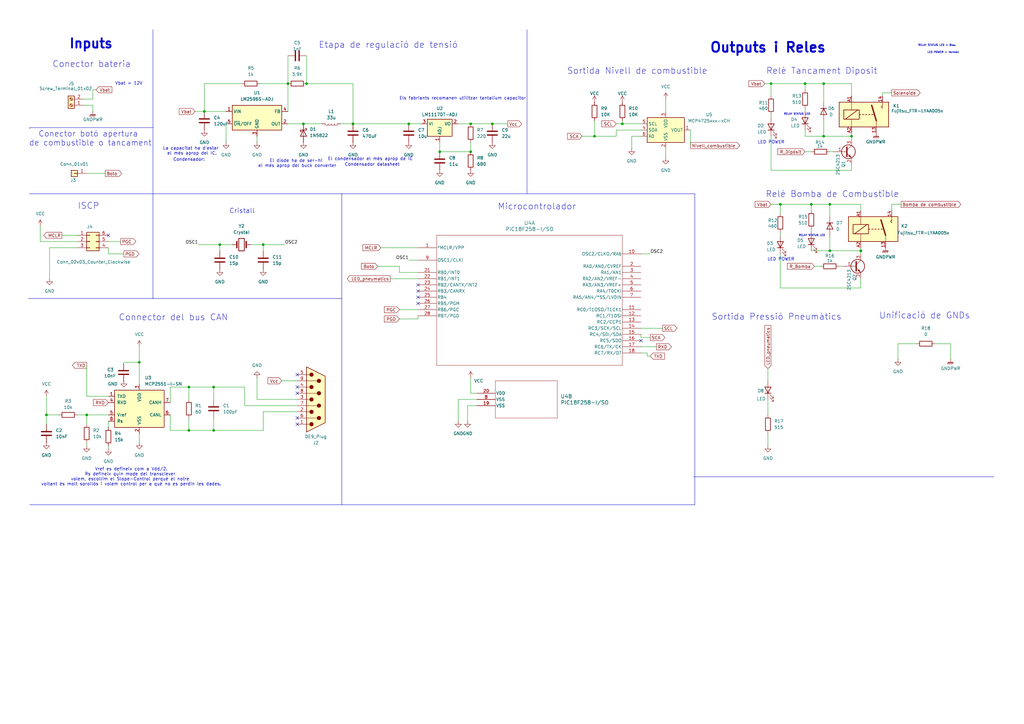
<source format=kicad_sch>
(kicad_sch (version 20231120) (generator "eeschema") (generator_version "8.0")
  (paper "A3")
  (lib_symbols
    (symbol "Analog_DAC:MCP4725xxx-xCH"
      (property "Reference" "U" (at -6.35 6.35 0))
      (property "Value" "MCP4725xxx-xCH" (at 8.89 6.35 0))
      (symbol "MCP4725xxx-xCH_1_1"
        (pin output line (at 10.16 0 180) (length 2.54) (name "VOUT") (number "1"))
        (pin power_in line (at 0 -7.62 90) (length 2.54) (name "VSS") (number "2"))
        (pin power_in line (at 0 7.62 270) (length 2.54) (name "VDD") (number "3"))
        (pin bidirectional line (at -10.16 0 0) (length 2.54) (name "SDA") (number "4"))
        (pin input line (at -10.16 2.54 0) (length 2.54) (name "SCL") (number "5"))
        (pin input line (at -10.16 -2.54 0) (length 2.54) (name "A0") (number "6"))
      )
    )
    (symbol "Connector:DE9_Plug" (pin_names (offset 1.016) hide)
      (property "Reference" "J" (at 0 13.97 0))
      (property "Value" "DE9_Plug" (at 0 -14.605 0))
      (symbol "DE9_Plug_1_1"
        (pin passive line (at -7.62 -10.16 0) (length 3.81) (name "1") (number "1"))
        (pin passive line (at -7.62 -5.08 0) (length 3.81) (name "2") (number "2"))
        (pin passive line (at -7.62 0 0) (length 3.81) (name "3") (number "3"))
        (pin passive line (at -7.62 5.08 0) (length 3.81) (name "4") (number "4"))
        (pin passive line (at -7.62 10.16 0) (length 3.81) (name "5") (number "5"))
        (pin passive line (at -7.62 -7.62 0) (length 3.81) (name "6") (number "6"))
        (pin passive line (at -7.62 -2.54 0) (length 3.81) (name "7") (number "7"))
        (pin passive line (at -7.62 2.54 0) (length 3.81) (name "8") (number "8"))
        (pin passive line (at -7.62 7.62 0) (length 3.81) (name "9") (number "9"))
      )
    )
    (symbol "Connector:Screw_Terminal_01x02" (pin_names (offset 1.016) hide)
      (property "Reference" "J" (at 0 2.54 0))
      (property "Value" "Screw_Terminal_01x02" (at 0 -5.08 0))
      (symbol "Screw_Terminal_01x02_1_1"
        (pin passive line (at -5.08 0 0) (length 3.81) (name "Pin_1") (number "1"))
        (pin passive line (at -5.08 -2.54 0) (length 3.81) (name "Pin_2") (number "2"))
      )
    )
    (symbol "Connector_Generic:Conn_01x01" (pin_names (offset 1.016) hide)
      (property "Reference" "J" (at 0 2.54 0))
      (property "Value" "Conn_01x01" (at 0 -2.54 0))
      (symbol "Conn_01x01_1_1"
        (pin passive line (at -5.08 0 0) (length 3.81) (name "Pin_1") (number "1"))
      )
    )
    (symbol "Connector_Generic:Conn_02x03_Counter_Clockwise" (pin_names (offset 1.016) hide)
      (property "Reference" "J" (at 1.27 5.08 0))
      (property "Value" "Conn_02x03_Counter_Clockwise" (at 1.27 -5.08 0))
      (symbol "Conn_02x03_Counter_Clockwise_1_1"
        (pin passive line (at -5.08 2.54 0) (length 3.81) (name "Pin_1") (number "1"))
        (pin passive line (at -5.08 0 0) (length 3.81) (name "Pin_2") (number "2"))
        (pin passive line (at -5.08 -2.54 0) (length 3.81) (name "Pin_3") (number "3"))
        (pin passive line (at 7.62 -2.54 180) (length 3.81) (name "Pin_4") (number "4"))
        (pin passive line (at 7.62 0 180) (length 3.81) (name "Pin_5") (number "5"))
        (pin passive line (at 7.62 2.54 180) (length 3.81) (name "Pin_6") (number "6"))
      )
    )
    (symbol "Device:C" (pin_numbers hide) (pin_names (offset 0.254))
      (property "Reference" "C" (at 0.635 2.54 0))
      (property "Value" "C" (at 0.635 -2.54 0))
      (symbol "C_1_1"
        (pin passive line (at 0 3.81 270) (length 2.794) (name "~") (number "1"))
        (pin passive line (at 0 -3.81 90) (length 2.794) (name "~") (number "2"))
      )
    )
    (symbol "Device:Crystal" (pin_numbers hide) (pin_names (offset 1.016) hide)
      (property "Reference" "Y" (at 0 3.81 0))
      (property "Value" "Crystal" (at 0 -3.81 0))
      (symbol "Crystal_1_1"
        (pin passive line (at -3.81 0 0) (length 1.27) (name "1") (number "1"))
        (pin passive line (at 3.81 0 180) (length 1.27) (name "2") (number "2"))
      )
    )
    (symbol "Device:D" (pin_numbers hide) (pin_names (offset 1.016) hide)
      (property "Reference" "D" (at 0 2.54 0))
      (property "Value" "D" (at 0 -2.54 0))
      (symbol "D_1_1"
        (pin passive line (at -3.81 0 0) (length 2.54) (name "K") (number "1"))
        (pin passive line (at 3.81 0 180) (length 2.54) (name "A") (number "2"))
      )
    )
    (symbol "Device:L" (pin_numbers hide) (pin_names (offset 1.016) hide)
      (property "Reference" "L" (at -1.27 0 90))
      (property "Value" "L" (at 1.905 0 90))
      (symbol "L_1_1"
        (pin passive line (at 0 3.81 270) (length 1.27) (name "1") (number "1"))
        (pin passive line (at 0 -3.81 90) (length 1.27) (name "2") (number "2"))
      )
    )
    (symbol "Device:LED" (pin_numbers hide) (pin_names (offset 1.016) hide)
      (property "Reference" "D" (at 0 2.54 0))
      (property "Value" "LED" (at 0 -2.54 0))
      (symbol "LED_1_1"
        (pin passive line (at -3.81 0 0) (length 2.54) (name "K") (number "1"))
        (pin passive line (at 3.81 0 180) (length 2.54) (name "A") (number "2"))
      )
    )
    (symbol "Device:R" (pin_numbers hide) (pin_names (offset 0))
      (property "Reference" "R" (at 2.032 0 90))
      (property "Value" "R" (at 0 0 90))
      (symbol "R_1_1"
        (pin passive line (at 0 3.81 270) (length 1.27) (name "~") (number "1"))
        (pin passive line (at 0 -3.81 90) (length 1.27) (name "~") (number "2"))
      )
    )
    (symbol "Diode:1N5822" (pin_numbers hide) (pin_names (offset 1.016) hide)
      (property "Reference" "D" (at 0 2.54 0))
      (property "Value" "1N5822" (at 0 -2.54 0))
      (symbol "1N5822_1_1"
        (pin passive line (at -3.81 0 0) (length 2.54) (name "K") (number "1"))
        (pin passive line (at 3.81 0 180) (length 2.54) (name "A") (number "2"))
      )
    )
    (symbol "Interface_CAN_LIN:MCP2551-I-SN" (pin_names (offset 1.016))
      (property "Reference" "U" (at -10.16 8.89 0))
      (property "Value" "MCP2551-I-SN" (at 2.54 8.89 0))
      (symbol "MCP2551-I-SN_1_1"
        (pin input line (at -12.7 5.08 0) (length 2.54) (name "TXD") (number "1"))
        (pin power_in line (at 0 -10.16 90) (length 2.54) (name "VSS") (number "2"))
        (pin power_in line (at 0 10.16 270) (length 2.54) (name "VDD") (number "3"))
        (pin output line (at -12.7 2.54 0) (length 2.54) (name "RXD") (number "4"))
        (pin power_out line (at -12.7 -2.54 0) (length 2.54) (name "Vref") (number "5"))
        (pin bidirectional line (at 12.7 -2.54 180) (length 2.54) (name "CANL") (number "6"))
        (pin bidirectional line (at 12.7 2.54 180) (length 2.54) (name "CANH") (number "7"))
        (pin input line (at -12.7 -5.08 0) (length 2.54) (name "Rs") (number "8"))
      )
    )
    (symbol "PIC18F258-I/SO:PIC18F258-I_SO" (pin_names (offset 0.254))
      (property "Reference" "U" (at 45.72 10.16 0))
      (property "Value" "PIC18F258-I/SO" (at 45.72 7.62 0))
      (symbol "PIC18F258-I_SO_1_1"
        (pin input line (at 0 0 0) (length 7.62) (name "*MCLR/VPP") (number "1"))
        (pin bidirectional line (at 91.44 -2.54 180) (length 7.62) (name "OSC2/CLKO/RA6") (number "10"))
        (pin bidirectional line (at 91.44 -25.4 180) (length 7.62) (name "RC0/T1OSO/T1CK1") (number "11"))
        (pin bidirectional line (at 91.44 -27.94 180) (length 7.62) (name "RC1/T1OSI") (number "12"))
        (pin bidirectional line (at 91.44 -30.48 180) (length 7.62) (name "RC2/CCP1") (number "13"))
        (pin bidirectional line (at 91.44 -33.02 180) (length 7.62) (name "RC3/SCK/SCL") (number "14"))
        (pin bidirectional line (at 91.44 -35.56 180) (length 7.62) (name "RC4/SDI/SDA") (number "15"))
        (pin bidirectional line (at 91.44 -38.1 180) (length 7.62) (name "RC5/SDO") (number "16"))
        (pin bidirectional line (at 91.44 -40.64 180) (length 7.62) (name "RC6/TX/CK") (number "17"))
        (pin bidirectional line (at 91.44 -43.18 180) (length 7.62) (name "RC7/RX/DT") (number "18"))
        (pin bidirectional line (at 91.44 -7.62 180) (length 7.62) (name "RA0/AN0/CVREF") (number "2"))
        (pin bidirectional line (at 0 -10.16 0) (length 7.62) (name "RB0/INT0") (number "21"))
        (pin bidirectional line (at 0 -12.7 0) (length 7.62) (name "RB1/INT1") (number "22"))
        (pin bidirectional line (at 0 -15.24 0) (length 7.62) (name "RB2/CANTX/INT2") (number "23"))
        (pin bidirectional line (at 0 -17.78 0) (length 7.62) (name "RB3/CANRX") (number "24"))
        (pin bidirectional line (at 0 -20.32 0) (length 7.62) (name "RB4") (number "25"))
        (pin bidirectional line (at 0 -22.86 0) (length 7.62) (name "RB5/PGM") (number "26"))
        (pin bidirectional line (at 0 -25.4 0) (length 7.62) (name "RB6/PGC") (number "27"))
        (pin bidirectional line (at 0 -27.94 0) (length 7.62) (name "RB7/PGD") (number "28"))
        (pin bidirectional line (at 91.44 -10.16 180) (length 7.62) (name "RA1/AN1") (number "3"))
        (pin bidirectional line (at 91.44 -12.7 180) (length 7.62) (name "RA2/AN2/VREF-") (number "4"))
        (pin bidirectional line (at 91.44 -15.24 180) (length 7.62) (name "RA3/AN3/VREF+") (number "5"))
        (pin bidirectional line (at 91.44 -17.78 180) (length 7.62) (name "RA4/T0CKI") (number "6"))
        (pin bidirectional line (at 91.44 -20.32 180) (length 7.62) (name "RA5/AN4/*SS/LVDIN") (number "7"))
        (pin input line (at 0 -5.08 0) (length 7.62) (name "OSC1/CLKI") (number "9"))
      )
      (symbol "PIC18F258-I_SO_2_1"
        (pin unspecified line (at 0 -5.08 0) (length 7.62) (name "VSS") (number "19"))
        (pin unspecified line (at 0 0 0) (length 7.62) (name "VDD") (number "20"))
        (pin unspecified line (at 0 -2.54 0) (length 7.62) (name "VSS") (number "8"))
      )
    )
    (symbol "Regulator_Linear:LM1117DT-ADJ"
      (property "Reference" "U" (at -3.81 3.175 0))
      (property "Value" "LM1117DT-ADJ" (at 0 3.175 0))
      (symbol "LM1117DT-ADJ_1_1"
        (pin input line (at 0 -7.62 90) (length 2.54) (name "ADJ") (number "1"))
        (pin power_out line (at 7.62 0 180) (length 2.54) (name "VO") (number "2"))
        (pin power_in line (at -7.62 0 0) (length 2.54) (name "VI") (number "3"))
      )
    )
    (symbol "Regulator_Switching:LM2596S-ADJ"
      (property "Reference" "U" (at -10.16 6.35 0))
      (property "Value" "LM2596S-ADJ" (at 0 6.35 0))
      (symbol "LM2596S-ADJ_1_1"
        (pin power_in line (at -12.7 2.54 0) (length 2.54) (name "VIN") (number "1"))
        (pin output line (at 12.7 -2.54 180) (length 2.54) (name "OUT") (number "2"))
        (pin power_in line (at 0 -7.62 90) (length 2.54) (name "GND") (number "3"))
        (pin input line (at 12.7 2.54 180) (length 2.54) (name "FB") (number "4"))
        (pin input line (at -12.7 -2.54 0) (length 2.54) (name "~{ON}/OFF") (number "5"))
      )
    )
    (symbol "Relay:Fujitsu_FTR-LYAA005x"
      (property "Reference" "K" (at 11.43 3.81 0))
      (property "Value" "Fujitsu_FTR-LYAA005x" (at 11.43 1.27 0))
      (symbol "Fujitsu_FTR-LYAA005x_1_1"
        (pin passive line (at 5.08 -7.62 90) (length 2.54) (name "~") (number "13"))
        (pin passive line (at 7.62 7.62 270) (length 2.54) (name "~") (number "14"))
        (pin passive line (at -5.08 7.62 270) (length 2.54) (name "~") (number "A1"))
        (pin passive line (at -5.08 -7.62 90) (length 2.54) (name "~") (number "A2"))
      )
    )
    (symbol "Transistor_BJT:2SC4213" (pin_names (offset 0) hide)
      (property "Reference" "Q" (at 5.08 1.905 0))
      (property "Value" "2SC4213" (at 5.08 0 0))
      (symbol "2SC4213_1_1"
        (pin input line (at -5.08 0 0) (length 5.715) (name "B") (number "1"))
        (pin passive line (at 2.54 -5.08 90) (length 2.54) (name "E") (number "2"))
        (pin passive line (at 2.54 5.08 270) (length 2.54) (name "C") (number "3"))
      )
    )
    (symbol "power:GND" (power) (pin_numbers hide) (pin_names (offset 0) hide)
      (property "Value" "GND" (at 0 -3.81 0))
      (symbol "GND_1_1"
        (pin power_in line (at 0 0 270) (length 0) (name "~") (number "1"))
      )
    )
    (symbol "power:GNDPWR" (power) (pin_numbers hide) (pin_names (offset 0) hide)
      (property "Value" "GNDPWR" (at 0 -3.302 0))
      (symbol "GNDPWR_1_1"
        (pin power_in line (at 0 0 270) (length 0) (name "~") (number "1"))
      )
    )
    (symbol "power:VCC" (power) (pin_numbers hide) (pin_names (offset 0) hide)
      (property "Value" "VCC" (at 0 3.556 0))
      (symbol "VCC_1_1"
        (pin power_in line (at 0 0 90) (length 0) (name "~") (number "1"))
      )
    )
  )
  (junction (at 35.56 170.18))
  (junction (at 340.36 102.87))
  (junction (at 144.78 50.8))
  (junction (at 87.63 176.53))
  (junction (at 340.36 83.82))
  (junction (at 243.84 55.88))
  (junction (at 332.74 83.82))
  (junction (at 167.64 50.8))
  (junction (at 337.82 55.88))
  (junction (at 19.05 170.18))
  (junction (at 57.15 148.59))
  (junction (at 316.23 34.29))
  (junction (at 337.82 34.29))
  (junction (at 107.95 100.33))
  (junction (at 180.34 62.23))
  (junction (at 193.04 50.8))
  (junction (at 353.06 102.87))
  (junction (at 118.11 34.29))
  (junction (at 90.17 100.33))
  (junction (at 124.46 50.8))
  (junction (at 330.2 34.29))
  (junction (at 349.25 55.88))
  (junction (at 320.04 83.82))
  (junction (at 77.47 158.75))
  (junction (at 77.47 176.53))
  (junction (at 193.04 62.23))
  (junction (at 201.93 50.8))
  (junction (at 83.82 45.72))
  (junction (at 255.27 50.8))
  (junction (at 125.73 34.29))
  (junction (at 87.63 158.75))
  (no_connect (at 171.45 121.92))
  (no_connect (at 121.92 153.67))
  (no_connect (at 171.45 116.84))
  (no_connect (at 121.92 173.99))
  (no_connect (at 171.45 119.38))
  (no_connect (at 171.45 124.46))
  (no_connect (at 44.45 96.52))
  (no_connect (at 121.92 161.29))
  (no_connect (at 121.92 171.45))
  (no_connect (at 262.89 139.7))
  (no_connect (at 121.92 158.75))
  (polyline (pts (xy 407.67 195.58) (xy 284.48 195.58)))
  (wire (pts (xy 252.73 53.34) (xy 262.89 53.34)))
  (wire (pts (xy 193.04 50.8) (xy 201.93 50.8)))
  (wire (pts (xy 283.21 53.34) (xy 283.21 59.69)))
  (wire (pts (xy 389.89 140.97) (xy 389.89 147.32)))
  (wire (pts (xy 107.95 100.33) (xy 116.84 100.33)))
  (wire (pts (xy 80.01 45.72) (xy 83.82 45.72)))
  (wire (pts (xy 353.06 118.11) (xy 320.04 118.11)))
  (wire (pts (xy 316.23 46.99) (xy 316.23 48.26)))
  (wire (pts (xy 195.58 163.83) (xy 187.96 163.83)))
  (polyline (pts (xy 62.738 122.428) (xy 140.208 122.428)))
  (wire (pts (xy 365.76 86.36) (xy 365.76 83.82)))
  (wire (pts (xy 121.92 156.21) (xy 115.57 156.21)))
  (wire (pts (xy 195.58 161.29) (xy 193.04 161.29)))
  (polyline (pts (xy 11.684 122.428) (xy 62.738 122.428)))
  (wire (pts (xy 353.06 86.36) (xy 353.06 83.82)))
  (wire (pts (xy 69.85 176.53) (xy 69.85 170.18)))
  (wire (pts (xy 314.96 151.13) (xy 314.96 156.21)))
  (wire (pts (xy 375.92 140.97) (xy 368.3 140.97)))
  (wire (pts (xy 353.06 114.3) (xy 353.06 118.11)))
  (wire (pts (xy 340.36 62.23) (xy 341.63 62.23)))
  (wire (pts (xy 92.71 50.8) (xy 92.71 58.42)))
  (wire (pts (xy 361.95 38.1) (xy 365.76 38.1)))
  (wire (pts (xy 191.77 166.37) (xy 191.77 172.72)))
  (wire (pts (xy 334.01 109.22) (xy 336.55 109.22)))
  (wire (pts (xy 252.73 55.88) (xy 252.73 53.34)))
  (polyline (pts (xy 11.938 79.502) (xy 63.754 79.502)))
  (wire (pts (xy 266.7 146.05) (xy 265.43 146.05)))
  (polyline (pts (xy 12.192 207.01) (xy 140.208 207.01)))
  (wire (pts (xy 340.36 102.87) (xy 353.06 102.87)))
  (wire (pts (xy 238.76 55.88) (xy 243.84 55.88)))
  (wire (pts (xy 106.68 34.29) (xy 118.11 34.29)))
  (wire (pts (xy 144.78 34.29) (xy 144.78 50.8)))
  (wire (pts (xy 105.41 163.83) (xy 105.41 154.94)))
  (wire (pts (xy 25.4 96.52) (xy 31.75 96.52)))
  (wire (pts (xy 90.17 100.33) (xy 95.25 100.33)))
  (polyline (pts (xy 216.154 79.502) (xy 284.988 79.502)))
  (wire (pts (xy 50.8 148.59) (xy 57.15 148.59)))
  (wire (pts (xy 87.63 158.75) (xy 87.63 163.83)))
  (wire (pts (xy 262.89 55.88) (xy 259.08 55.88)))
  (polyline (pts (xy 216.154 12.192) (xy 216.154 79.502)))
  (wire (pts (xy 262.89 138.43) (xy 266.7 138.43)))
  (wire (pts (xy 38.1 43.18) (xy 34.29 43.18)))
  (wire (pts (xy 262.89 137.16) (xy 262.89 138.43)))
  (wire (pts (xy 90.17 102.87) (xy 90.17 100.33)))
  (wire (pts (xy 38.1 36.83) (xy 38.1 40.64)))
  (wire (pts (xy 337.82 55.88) (xy 349.25 55.88)))
  (wire (pts (xy 87.63 171.45) (xy 87.63 176.53)))
  (wire (pts (xy 44.45 175.26) (xy 44.45 172.72)))
  (wire (pts (xy 38.1 40.64) (xy 34.29 40.64)))
  (wire (pts (xy 349.25 55.88) (xy 349.25 57.15)))
  (wire (pts (xy 171.45 111.76) (xy 163.83 111.76)))
  (wire (pts (xy 83.82 45.72) (xy 83.82 34.29)))
  (wire (pts (xy 160.02 114.3) (xy 171.45 114.3)))
  (wire (pts (xy 193.04 58.42) (xy 193.04 62.23)))
  (wire (pts (xy 118.11 34.29) (xy 118.11 45.72)))
  (wire (pts (xy 35.56 71.12) (xy 43.18 71.12)))
  (wire (pts (xy 35.56 162.56) (xy 44.45 162.56)))
  (wire (pts (xy 332.74 93.98) (xy 332.74 95.25)))
  (polyline (pts (xy 140.208 122.428) (xy 140.208 207.01)))
  (wire (pts (xy 349.25 69.85) (xy 349.25 67.31)))
  (wire (pts (xy 81.28 100.33) (xy 90.17 100.33)))
  (wire (pts (xy 332.74 86.36) (xy 332.74 83.82)))
  (wire (pts (xy 144.78 50.8) (xy 167.64 50.8)))
  (wire (pts (xy 349.25 39.37) (xy 349.25 34.29)))
  (polyline (pts (xy 63.754 79.502) (xy 216.154 79.502)))
  (wire (pts (xy 100.33 166.37) (xy 100.33 158.75)))
  (wire (pts (xy 105.41 55.88) (xy 105.41 58.42)))
  (wire (pts (xy 340.36 96.52) (xy 340.36 102.87)))
  (wire (pts (xy 20.32 101.6) (xy 20.32 114.3)))
  (wire (pts (xy 77.47 158.75) (xy 69.85 158.75)))
  (wire (pts (xy 337.82 34.29) (xy 349.25 34.29)))
  (wire (pts (xy 330.2 62.23) (xy 332.74 62.23)))
  (wire (pts (xy 107.95 168.91) (xy 121.92 168.91)))
  (wire (pts (xy 163.83 111.76) (xy 163.83 109.22)))
  (polyline (pts (xy 140.208 122.428) (xy 140.208 79.502)))
  (wire (pts (xy 44.45 101.6) (xy 44.45 104.14)))
  (wire (pts (xy 35.56 149.86) (xy 35.56 162.56)))
  (wire (pts (xy 193.04 62.23) (xy 180.34 62.23)))
  (wire (pts (xy 118.11 50.8) (xy 124.46 50.8)))
  (wire (pts (xy 383.54 140.97) (xy 389.89 140.97)))
  (wire (pts (xy 87.63 158.75) (xy 77.47 158.75)))
  (wire (pts (xy 349.25 54.61) (xy 349.25 55.88)))
  (wire (pts (xy 340.36 83.82) (xy 340.36 88.9)))
  (wire (pts (xy 125.73 22.86) (xy 125.73 34.29)))
  (wire (pts (xy 118.11 22.86) (xy 118.11 34.29)))
  (wire (pts (xy 83.82 34.29) (xy 99.06 34.29)))
  (wire (pts (xy 171.45 129.54) (xy 171.45 130.81)))
  (wire (pts (xy 255.27 49.53) (xy 255.27 50.8)))
  (wire (pts (xy 57.15 177.8) (xy 57.15 181.61)))
  (polyline (pts (xy 62.738 12.192) (xy 62.738 122.428)))
  (wire (pts (xy 77.47 171.45) (xy 77.47 176.53)))
  (wire (pts (xy 124.46 50.8) (xy 132.08 50.8)))
  (polyline (pts (xy 284.988 79.502) (xy 284.988 79.756)))
  (wire (pts (xy 265.43 144.78) (xy 262.89 144.78)))
  (wire (pts (xy 340.36 83.82) (xy 353.06 83.82)))
  (wire (pts (xy 19.05 170.18) (xy 19.05 162.56)))
  (wire (pts (xy 353.06 102.87) (xy 353.06 104.14)))
  (wire (pts (xy 332.74 83.82) (xy 340.36 83.82)))
  (wire (pts (xy 139.7 50.8) (xy 144.78 50.8)))
  (wire (pts (xy 87.63 176.53) (xy 107.95 176.53)))
  (wire (pts (xy 19.05 173.99) (xy 19.05 170.18)))
  (wire (pts (xy 195.58 166.37) (xy 191.77 166.37)))
  (wire (pts (xy 316.23 83.82) (xy 320.04 83.82)))
  (wire (pts (xy 265.43 146.05) (xy 265.43 144.78)))
  (wire (pts (xy 365.76 83.82) (xy 369.57 83.82)))
  (wire (pts (xy 77.47 158.75) (xy 77.47 163.83)))
  (wire (pts (xy 243.84 49.53) (xy 243.84 55.88)))
  (wire (pts (xy 156.21 101.6) (xy 171.45 101.6)))
  (wire (pts (xy 163.83 127) (xy 171.45 127)))
  (wire (pts (xy 38.1 45.72) (xy 38.1 43.18)))
  (wire (pts (xy 201.93 50.8) (xy 208.28 50.8)))
  (wire (pts (xy 259.08 55.88) (xy 259.08 60.96)))
  (wire (pts (xy 69.85 158.75) (xy 69.85 165.1)))
  (wire (pts (xy 316.23 34.29) (xy 316.23 39.37)))
  (wire (pts (xy 361.95 39.37) (xy 361.95 38.1)))
  (wire (pts (xy 44.45 104.14) (xy 50.8 104.14)))
  (wire (pts (xy 163.83 130.81) (xy 171.45 130.81)))
  (wire (pts (xy 330.2 36.83) (xy 330.2 34.29)))
  (wire (pts (xy 24.13 170.18) (xy 19.05 170.18)))
  (wire (pts (xy 243.84 55.88) (xy 252.73 55.88)))
  (wire (pts (xy 266.7 104.14) (xy 262.89 104.14)))
  (wire (pts (xy 77.47 176.53) (xy 69.85 176.53)))
  (wire (pts (xy 337.82 41.91) (xy 337.82 34.29)))
  (wire (pts (xy 332.74 102.87) (xy 340.36 102.87)))
  (polyline (pts (xy 62.738 52.324) (xy 12.192 52.324)))
  (wire (pts (xy 171.45 106.68) (xy 167.64 106.68)))
  (wire (pts (xy 330.2 53.34) (xy 330.2 55.88)))
  (wire (pts (xy 320.04 83.82) (xy 332.74 83.82)))
  (wire (pts (xy 353.06 101.6) (xy 353.06 102.87)))
  (wire (pts (xy 107.95 100.33) (xy 107.95 102.87)))
  (wire (pts (xy 87.63 158.75) (xy 100.33 158.75)))
  (wire (pts (xy 316.23 55.88) (xy 316.23 69.85)))
  (wire (pts (xy 330.2 55.88) (xy 337.82 55.88)))
  (wire (pts (xy 330.2 44.45) (xy 330.2 45.72)))
  (wire (pts (xy 167.64 50.8) (xy 172.72 50.8)))
  (wire (pts (xy 180.34 62.23) (xy 180.34 58.42)))
  (wire (pts (xy 57.15 142.24) (xy 57.15 148.59)))
  (wire (pts (xy 31.75 99.06) (xy 16.51 99.06)))
  (wire (pts (xy 316.23 69.85) (xy 349.25 69.85)))
  (wire (pts (xy 269.24 142.24) (xy 262.89 142.24)))
  (wire (pts (xy 44.45 99.06) (xy 49.53 99.06)))
  (wire (pts (xy 121.92 163.83) (xy 105.41 163.83)))
  (wire (pts (xy 316.23 34.29) (xy 330.2 34.29)))
  (wire (pts (xy 255.27 50.8) (xy 262.89 50.8)))
  (wire (pts (xy 154.94 109.22) (xy 163.83 109.22)))
  (polyline (pts (xy 140.208 79.502) (xy 139.954 79.502)))
  (wire (pts (xy 368.3 140.97) (xy 368.3 147.32)))
  (wire (pts (xy 314.96 177.8) (xy 314.96 182.88)))
  (polyline (pts (xy 12.192 52.324) (xy 12.192 52.832)))
  (wire (pts (xy 44.45 182.88) (xy 44.45 184.15)))
  (wire (pts (xy 35.56 182.88) (xy 35.56 181.61)))
  (wire (pts (xy 83.82 45.72) (xy 92.71 45.72)))
  (wire (pts (xy 125.73 34.29) (xy 144.78 34.29)))
  (wire (pts (xy 313.69 34.29) (xy 316.23 34.29)))
  (wire (pts (xy 35.56 170.18) (xy 35.56 173.99)))
  (wire (pts (xy 87.63 176.53) (xy 77.47 176.53)))
  (wire (pts (xy 252.73 50.8) (xy 255.27 50.8)))
  (polyline (pts (xy 284.988 79.756) (xy 284.988 207.01)))
  (wire (pts (xy 187.96 163.83) (xy 187.96 172.72)))
  (wire (pts (xy 100.33 166.37) (xy 121.92 166.37)))
  (wire (pts (xy 262.89 134.62) (xy 271.78 134.62)))
  (wire (pts (xy 273.05 40.64) (xy 273.05 45.72)))
  (wire (pts (xy 16.51 92.71) (xy 16.51 99.06)))
  (wire (pts (xy 31.75 170.18) (xy 35.56 170.18)))
  (wire (pts (xy 320.04 83.82) (xy 320.04 87.63)))
  (wire (pts (xy 57.15 148.59) (xy 57.15 157.48)))
  (wire (pts (xy 320.04 104.14) (xy 320.04 118.11)))
  (wire (pts (xy 39.37 36.83) (xy 38.1 36.83)))
  (wire (pts (xy 344.17 109.22) (xy 345.44 109.22)))
  (wire (pts (xy 102.87 100.33) (xy 107.95 100.33)))
  (wire (pts (xy 314.96 163.83) (xy 314.96 170.18)))
  (wire (pts (xy 330.2 34.29) (xy 337.82 34.29)))
  (wire (pts (xy 320.04 95.25) (xy 320.04 96.52)))
  (wire (pts (xy 107.95 168.91) (xy 107.95 176.53)))
  (wire (pts (xy 273.05 64.77) (xy 273.05 60.96)))
  (wire (pts (xy 337.82 49.53) (xy 337.82 55.88)))
  (polyline (pts (xy 284.988 207.01) (xy 140.208 207.01)))
  (wire (pts (xy 187.96 50.8) (xy 193.04 50.8)))
  (wire (pts (xy 31.75 101.6) (xy 20.32 101.6)))
  (wire (pts (xy 35.56 170.18) (xy 44.45 170.18)))
  (wire (pts (xy 193.04 154.94) (xy 193.04 161.29)))
  (text "La capacitat ha d'estar \nel més aprop del IC." (at 78.74 61.976 0) (effects (font (size 1.27 1.27))))
  (text "Cristall" (at 99.314 86.614 0) (effects (font (size 1.905 1.905))))
  (text "LED POWER\n" (at 316.23 58.42 0) (effects (font (size 1.27 1.27))))
  (text "ISCP" (at 36.322 84.582 0) (effects (font (size 2.54 2.54))))
  (text "Sortida Pressió Pneumàtics" (at 318.516 130.048 0) (effects (font (size 2.54 2.54))))
  (text "El díode ha de ser-hi \nel més aprop del buck converter" (at 121.92 67.056 0) (effects (font (size 1.27 1.27))))
  (text "Inputs" (at 37.338 18.034 0) (effects (font (size 3.81 3.81) (thickness 0.762) (bold yes))))
  (text "El condensador el més aprop de IC" (at 151.892 65.278 0) (effects (font (size 1.27 1.27))))
  (text "Microcontrolador" (at 220.218 84.836 0) (effects (font (size 2.54 2.54))))
  (text "RELAY STATUS LED\n\n" (at 332.994 97.282 0) (effects (font (size 0.762 0.762))))
  (text "Relè Bomba de Combustible\n" (at 341.376 79.756 0) (effects (font (size 2.54 2.54))))
  (text "Relè Tancament Diposit\n" (at 337.058 29.21 0) (effects (font (size 2.54 2.54))))
  (text "LED POWER = Vermell\n" (at 386.842 21.59 0) (effects (font (size 0.762 0.762))))
  (text "Etapa de regulació de tensió\n" (at 159.258 18.542 0) (effects (font (size 2.56 2.56))))
  (text "Outputs i Reles\n\n" (at 314.96 22.86 0) (effects (font (size 4 4) (thickness 0.8) (bold yes))))
  (text "RELAY STATUS LED\n\n" (at 326.898 47.498 0) (effects (font (size 0.762 0.762))))
  (text "Condensador: " (at 77.978 65.532 0) (effects (font (size 1.27 1.27))))
  (text "Conector botó apertura \nde combustible o tancament" (at 37.084 56.896 0) (effects (font (size 2.3 2.3))))
  (text "Vbat = 12V" (at 52.832 34.29 0) (effects (font (size 1.27 1.27))))
  (text "LED POWER\n" (at 320.294 106.426 0) (effects (font (size 1.27 1.27))))
  (text "RELAY STATUS LED = Blau\n\n" (at 384.302 19.304 0) (effects (font (size 0.762 0.762))))
  (text "Connector del bus CAN" (at 71.12 130.302 0) (effects (font (size 2.54 2.54))))
  (text "Condensador datasheet\n" (at 152.654 67.564 0) (effects (font (size 1.27 1.27))))
  (text "Els fabriants recomanen utilitzar tantalium capacitor" (at 189.738 40.386 0) (effects (font (size 1.27 1.27))))
  (text "Vref es defineix com a Vdd/2.\nRs defineix quin mode del transciever \nvolem, escollim el Slope-Control perquè el notre \nvoltant és molt sorollòs i volem control per a què no es perdin les dades.\n" (at 53.848 195.58 0) (effects (font (size 1.27 1.27))))
  (text "Conector bateria" (at 37.592 26.416 0) (effects (font (size 2.54 2.54))))
  (text "Sortida Nivell de combustible\n" (at 261.366 29.21 0) (effects (font (size 2.54 2.54))))
  (text "Unificació de GNDs\n" (at 379.222 129.54 0) (effects (font (size 2.54 2.54))))
  (label "OSC2" (at 266.7 104.14 0))
  (label "OSC2" (at 116.84 100.33 0))
  (label "OSC1" (at 81.28 100.33 180))
  (label "OSC1" (at 167.64 106.68 180))
  (global_label "Bomba de combustible" (shape output) (at 369.57 83.82 0) (property "Intersheetrefs" "${INTERSHEET_REFS}" (effects (hide yes))))
  (global_label "MCLR" (shape input) (at 156.21 101.6 180) (property "Intersheetrefs" "${INTERSHEET_REFS}" (effects (hide yes))))
  (global_label "PGC" (shape input) (at 163.83 127 180) (property "Intersheetrefs" "${INTERSHEET_REFS}" (effects (hide yes))))
  (global_label "SCL" (shape input) (at 252.73 50.8 180) (property "Intersheetrefs" "${INTERSHEET_REFS}" (effects (hide yes))))
  (global_label "RXD" (shape output) (at 269.24 142.24 0) (property "Intersheetrefs" "${INTERSHEET_REFS}" (effects (hide yes))))
  (global_label "Vbat" (shape input) (at 316.23 83.82 180) (property "Intersheetrefs" "${INTERSHEET_REFS}" (effects (hide yes))))
  (global_label "PGD" (shape output) (at 50.8 104.14 0) (property "Intersheetrefs" "${INTERSHEET_REFS}" (effects (hide yes))))
  (global_label "R_Bomba" (shape input) (at 334.01 109.22 180) (property "Intersheetrefs" "${INTERSHEET_REFS}" (effects (hide yes))))
  (global_label "SCL" (shape output) (at 271.78 134.62 0) (property "Intersheetrefs" "${INTERSHEET_REFS}" (effects (hide yes))))
  (global_label "LED_pneumatics" (shape input) (at 314.96 151.13 90) (property "Intersheetrefs" "${INTERSHEET_REFS}" (effects (hide yes))))
  (global_label "TXD" (shape input) (at 266.7 146.05 0) (property "Intersheetrefs" "${INTERSHEET_REFS}" (effects (hide yes))))
  (global_label "MCLR" (shape output) (at 25.4 96.52 180) (property "Intersheetrefs" "${INTERSHEET_REFS}" (effects (hide yes))))
  (global_label "Boto" (shape output) (at 43.18 71.12 0) (property "Intersheetrefs" "${INTERSHEET_REFS}" (effects (hide yes))))
  (global_label "SCA" (shape output) (at 266.7 138.43 0) (property "Intersheetrefs" "${INTERSHEET_REFS}" (effects (hide yes))))
  (global_label "Vbat" (shape input) (at 313.69 34.29 180) (property "Intersheetrefs" "${INTERSHEET_REFS}" (effects (hide yes))))
  (global_label "Vbat" (shape input) (at 39.37 36.83 0) (property "Intersheetrefs" "${INTERSHEET_REFS}" (effects (hide yes))))
  (global_label "Nivell_combustible" (shape output) (at 283.21 59.69 0) (property "Intersheetrefs" "${INTERSHEET_REFS}" (effects (hide yes))))
  (global_label "R_Dipòsit" (shape input) (at 330.2 62.23 180) (property "Intersheetrefs" "${INTERSHEET_REFS}" (effects (hide yes))))
  (global_label "Solenoide" (shape output) (at 365.76 38.1 0) (property "Intersheetrefs" "${INTERSHEET_REFS}" (effects (hide yes))))
  (global_label "Vbat" (shape input) (at 80.01 45.72 180) (property "Intersheetrefs" "${INTERSHEET_REFS}" (effects (hide yes))))
  (global_label "PGC" (shape output) (at 49.53 99.06 0) (property "Intersheetrefs" "${INTERSHEET_REFS}" (effects (hide yes))))
  (global_label "SCA" (shape input) (at 238.76 55.88 180) (property "Intersheetrefs" "${INTERSHEET_REFS}" (effects (hide yes))))
  (global_label "Vcc" (shape input) (at 115.57 156.21 180) (property "Intersheetrefs" "${INTERSHEET_REFS}" (effects (hide yes))))
  (global_label "TXD" (shape output) (at 35.56 149.86 180) (property "Intersheetrefs" "${INTERSHEET_REFS}" (effects (hide yes))))
  (global_label "Vcc" (shape output) (at 208.28 50.8 0) (property "Intersheetrefs" "${INTERSHEET_REFS}" (effects (hide yes))))
  (global_label "Boto" (shape input) (at 154.94 109.22 180) (property "Intersheetrefs" "${INTERSHEET_REFS}" (effects (hide yes))))
  (global_label "PGD" (shape input) (at 163.83 130.81 180) (property "Intersheetrefs" "${INTERSHEET_REFS}" (effects (hide yes))))
  (global_label "LED_pneumatics" (shape output) (at 160.02 114.3 180) (property "Intersheetrefs" "${INTERSHEET_REFS}" (effects (hide yes))))
  (global_label "RXD" (shape input) (at 44.45 165.1 180) (property "Intersheetrefs" "${INTERSHEET_REFS}" (effects (hide yes))))
  (symbol (lib_id "power:VCC") (at 16.51 92.71 0) (unit 1)
    (property "Reference" "#PWR020" (effects (hide yes)))
    (property "Value" "VCC" (at 16.51 87.63 0))
    (property "Description" "Power symbol creates a global label with name \"VCC\"" (effects (hide yes)))
  )
  (symbol (lib_id "Device:C") (at 107.95 106.68 180) (unit 1)
    (property "Reference" "C11" (at 111.76 105.4099 0) (effects (justify right)))
    (property "Value" "15p" (at 111.76 107.9499 0) (effects (justify right)))
    (property "Footprint" "Capacitor_SMD:C_0805_2012Metric" (effects (hide yes)))
    (property "Description" "Unpolarized capacitor" (effects (hide yes)))
  )
  (symbol (lib_id "Device:R") (at 340.36 109.22 90) (unit 1)
    (property "Reference" "R16" (at 340.36 104.902 90))
    (property "Value" "1k" (at 340.36 106.934 90))
    (property "Description" "Resistor" (effects (hide yes)))
  )
  (symbol (lib_id "Relay:Fujitsu_FTR-LYAA005x") (at 354.33 46.99 0) (unit 1)
    (property "Reference" "K1" (at 366.268 43.434 0) (effects (justify left)))
    (property "Value" "Fujitsu_FTR-LYAA005x" (at 365.506 45.466 0) (effects (justify left)))
    (property "Footprint" "Relay_THT:Relay_SPST-NO_Fujitsu_FTR-LYAA005x_FormA_Vertical" (effects (hide yes)))
    (property "Datasheet" "https://www.fujitsu.com/sg/imagesgig5/ftr-ly.pdf" (effects (hide yes)))
    (property "Description" "Relay, SPST Form A, vertical mount, 5-60V coil, 6A, 250VAC, 28 x 5 x 15mm" (effects (hide yes)))
  )
  (symbol (lib_id "Device:D") (at 340.36 92.71 270) (unit 1)
    (property "Reference" "D7" (at 342.9 91.4399 90) (effects (justify left)))
    (property "Value" "D" (at 342.9 93.9799 90) (effects (justify left)))
    (property "Description" "Diode" (effects (hide yes)))
    (property "Sim.Device" "D" (effects (hide yes)))
    (property "Sim.Pins" "1=K 2=A" (effects (hide yes)))
  )
  (symbol (lib_id "Device:R") (at 336.55 62.23 90) (unit 1)
    (property "Reference" "R14" (at 336.296 58.42 90))
    (property "Value" "1k" (at 336.296 59.944 90))
    (property "Description" "Resistor" (effects (hide yes)))
  )
  (symbol (lib_id "power:GND") (at 44.45 184.15 0) (unit 1)
    (property "Reference" "#PWR06" (effects (hide yes)))
    (property "Value" "GND" (at 44.45 189.23 0))
    (property "Description" "Power symbol creates a global label with name \"GND\" , ground" (effects (hide yes)))
  )
  (symbol (lib_id "power:GND") (at 20.32 114.3 0) (unit 1)
    (property "Reference" "#PWR019" (effects (hide yes)))
    (property "Value" "GND" (at 20.32 119.38 0))
    (property "Description" "Power symbol creates a global label with name \"GND\" , ground" (effects (hide yes)))
  )
  (symbol (lib_id "power:GND") (at 259.08 60.96 0) (unit 1)
    (property "Reference" "#PWR028" (effects (hide yes)))
    (property "Value" "GND" (at 259.08 66.04 0))
    (property "Description" "Power symbol creates a global label with name \"GND\" , ground" (effects (hide yes)))
  )
  (symbol (lib_id "power:GND") (at 19.05 181.61 0) (unit 1)
    (property "Reference" "#PWR08" (effects (hide yes)))
    (property "Value" "GND" (at 19.05 186.69 0))
    (property "Description" "Power symbol creates a global label with name \"GND\" , ground" (effects (hide yes)))
  )
  (symbol (lib_id "Device:R") (at 314.96 173.99 0) (unit 1)
    (property "Reference" "R17" (at 317.5 172.7199 0) (effects (justify left)))
    (property "Value" "515" (at 317.5 175.2599 0) (effects (justify left)))
    (property "Description" "Resistor" (effects (hide yes)))
  )
  (symbol (lib_id "power:GND") (at 92.71 58.42 0) (unit 1)
    (property "Reference" "#PWR017" (effects (hide yes)))
    (property "Value" "GND" (at 92.71 63.5 0))
    (property "Description" "Power symbol creates a global label with name \"GND\" , ground" (effects (hide yes)))
  )
  (symbol (lib_id "Device:LED") (at 330.2 49.53 90) (unit 1)
    (property "Reference" "D4" (at 324.358 49.022 90) (effects (justify right)))
    (property "Value" "LED" (at 324.358 51.562 90) (effects (justify right)))
    (property "Footprint" "LED_SMD:LED_0805_2012Metric" (effects (hide yes)))
    (property "Description" "Light emitting diode" (effects (hide yes)))
  )
  (symbol (lib_id "Regulator_Switching:LM2596S-ADJ") (at 105.41 48.26 0) (unit 1)
    (property "Reference" "U1" (at 105.41 38.1 0))
    (property "Value" "LM2596S-ADJ" (at 105.41 40.64 0))
    (property "Footprint" "Package_TO_SOT_SMD:TO-263-5_TabPin3" (effects (hide yes)))
    (property "Datasheet" "http://www.ti.com/lit/ds/symlink/lm2596.pdf" (effects (hide yes)))
    (property "Description" "Adjustable 3A Step-Down Voltage Regulator, TO-263" (effects (hide yes)))
  )
  (symbol (lib_id "Device:C") (at 180.34 66.04 0) (unit 1)
    (property "Reference" "C8" (at 184.15 64.7699 0) (effects (justify left)))
    (property "Value" "11u" (at 184.15 67.3099 0) (effects (justify left)))
    (property "Description" "Unpolarized capacitor" (effects (hide yes)))
  )
  (symbol (lib_id "Device:R") (at 193.04 66.04 0) (unit 1)
    (property "Reference" "R8" (at 195.58 64.7699 0) (effects (justify left)))
    (property "Value" "680" (at 195.58 67.3099 0) (effects (justify left)))
    (property "Description" "Resistor" (effects (hide yes)))
  )
  (symbol (lib_id "Diode:1N5822") (at 124.46 54.61 270) (unit 1)
    (property "Reference" "D1" (at 127 53.0224 90) (effects (justify left)))
    (property "Value" "1N5822" (at 127 55.5624 90) (effects (justify left)))
    (property "Footprint" "Diode_THT:D_DO-201AD_P15.24mm_Horizontal" (effects (hide yes)))
    (property "Datasheet" "http://www.vishay.com/docs/88526/1n5820.pdf" (effects (hide yes)))
    (property "Description" "40V 3A Schottky Barrier Rectifier Diode, DO-201AD" (effects (hide yes)))
  )
  (symbol (lib_id "power:GND") (at 83.82 53.34 0) (unit 1)
    (property "Reference" "#PWR018" (effects (hide yes)))
    (property "Value" "GND" (at 83.82 58.42 0))
    (property "Description" "Power symbol creates a global label with name \"GND\" , ground" (effects (hide yes)))
  )
  (symbol (lib_id "Device:C") (at 87.63 167.64 0) (unit 1)
    (property "Reference" "C1" (at 91.44 166.3699 0) (effects (justify left)))
    (property "Value" "100pF" (at 91.44 168.9099 0) (effects (justify left)))
    (property "Description" "Unpolarized capacitor" (effects (hide yes)))
  )
  (symbol (lib_id "power:GNDPWR") (at 363.22 101.6 0) (unit 1)
    (property "Reference" "#PWR032" (effects (hide yes)))
    (property "Value" "GNDPWR" (at 363.22 105.41 0))
    (property "Description" "Power symbol creates a global label with name \"GNDPWR\" , global ground" (effects (hide yes)))
  )
  (symbol (lib_id "Device:R") (at 77.47 167.64 0) (unit 1)
    (property "Reference" "R1" (at 80.01 166.3699 0) (effects (justify left)))
    (property "Value" "60" (at 80.01 168.9099 0) (effects (justify left)))
    (property "Description" "Resistor" (effects (hide yes)))
  )
  (symbol (lib_id "power:GND") (at 57.15 181.61 0) (unit 1)
    (property "Reference" "#PWR03" (effects (hide yes)))
    (property "Value" "GND" (at 57.15 186.69 0))
    (property "Description" "Power symbol creates a global label with name \"GND\" , ground" (effects (hide yes)))
  )
  (symbol (lib_id "Device:R") (at 44.45 179.07 0) (unit 1)
    (property "Reference" "R4" (at 46.99 177.7999 0) (effects (justify left)))
    (property "Value" "15k" (at 46.99 180.3399 0) (effects (justify left)))
    (property "Description" "Resistor" (effects (hide yes)))
  )
  (symbol (lib_id "power:VCC") (at 193.04 154.94 0) (unit 1)
    (property "Reference" "#PWR021" (effects (hide yes)))
    (property "Value" "VCC" (at 196.342 156.21 0))
    (property "Description" "Power symbol creates a global label with name \"VCC\"" (effects (hide yes)))
  )
  (symbol (lib_id "Connector:Screw_Terminal_01x02") (at 29.21 43.18 180) (unit 1)
    (property "Reference" "J5" (at 29.21 34.29 0))
    (property "Value" "Screw_Terminal_01x02" (at 26.924 36.322 0))
    (property "Description" "Generic screw terminal, single row, 01x02, script generated (kicad-library-utils/schlib/autogen/connector/)" (effects (hide yes)))
  )
  (symbol (lib_id "power:GND") (at 105.41 154.94 180) (unit 1)
    (property "Reference" "#PWR01" (effects (hide yes)))
    (property "Value" "GND" (at 105.41 149.86 0))
    (property "Description" "Power symbol creates a global label with name \"GND\" , ground" (effects (hide yes)))
  )
  (symbol (lib_id "power:GND") (at 144.78 58.42 0) (unit 1)
    (property "Reference" "#PWR013" (effects (hide yes)))
    (property "Value" "GND" (at 144.78 63.5 0))
    (property "Description" "Power symbol creates a global label with name \"GND\" , ground" (effects (hide yes)))
  )
  (symbol (lib_id "Device:R") (at 35.56 177.8 0) (unit 1)
    (property "Reference" "R2" (at 38.1 176.5299 0) (effects (justify left)))
    (property "Value" "10k" (at 38.1 179.0699 0) (effects (justify left)))
    (property "Description" "Resistor" (effects (hide yes)))
  )
  (symbol (lib_id "PIC18F258-I/SO:PIC18F258-I_SO") (at 171.45 101.6 0) (unit 1)
    (property "Reference" "U4" (at 217.17 91.44 0) (effects (font (size 1.524 1.524))))
    (property "Value" "PIC18F258-I/SO" (at 217.17 93.98 0) (effects (font (size 1.524 1.524))))
    (property "Footprint" "Librery_SOIC28:SOIC28-W_MC_MCH" (effects (hide yes)))
    (property "Datasheet" "PIC18F258-I/SO" (effects (hide yes)))
  )
  (symbol (lib_id "Device:R") (at 193.04 54.61 0) (unit 1)
    (property "Reference" "R7" (at 195.58 53.3399 0) (effects (justify left)))
    (property "Value" "220" (at 195.58 55.8799 0) (effects (justify left)))
    (property "Description" "Resistor" (effects (hide yes)))
  )
  (symbol (lib_id "power:VCC") (at 57.15 142.24 0) (unit 1)
    (property "Reference" "#PWR04" (effects (hide yes)))
    (property "Value" "VCC" (at 57.15 137.16 0))
    (property "Description" "Power symbol creates a global label with name \"VCC\"" (effects (hide yes)))
  )
  (symbol (lib_id "power:GND") (at 105.41 58.42 0) (unit 1)
    (property "Reference" "#PWR016" (effects (hide yes)))
    (property "Value" "GND" (at 105.41 63.5 0))
    (property "Description" "Power symbol creates a global label with name \"GND\" , ground" (effects (hide yes)))
  )
  (symbol (lib_id "Device:R") (at 320.04 91.44 0) (unit 1)
    (property "Reference" "R12" (at 314.96 90.424 0) (effects (justify left)))
    (property "Value" "460" (at 314.96 92.71 0) (effects (justify left)))
    (property "Description" "Resistor" (effects (hide yes)))
  )
  (symbol (lib_id "Device:C") (at 121.92 22.86 90) (unit 1)
    (property "Reference" "C5" (at 121.92 17.526 90))
    (property "Value" "1nF" (at 121.92 20.066 90))
    (property "Description" "Unpolarized capacitor" (effects (hide yes)))
  )
  (symbol (lib_id "power:VCC") (at 255.27 41.91 0) (unit 1)
    (property "Reference" "#PWR030" (effects (hide yes)))
    (property "Value" "VCC" (at 255.27 38.354 0))
    (property "Description" "Power symbol creates a global label with name \"VCC\"" (effects (hide yes)))
  )
  (symbol (lib_id "power:GND") (at 35.56 182.88 0) (unit 1)
    (property "Reference" "#PWR05" (effects (hide yes)))
    (property "Value" "GND" (at 35.56 187.96 0))
    (property "Description" "Power symbol creates a global label with name \"GND\" , ground" (effects (hide yes)))
  )
  (symbol (lib_id "power:GND") (at 368.3 147.32 0) (unit 1)
    (property "Reference" "#PWR034" (effects (hide yes)))
    (property "Value" "GND" (at 368.3 152.4 0))
    (property "Description" "Power symbol creates a global label with name \"GND\" , ground" (effects (hide yes)))
  )
  (symbol (lib_id "Device:Crystal") (at 99.06 100.33 0) (unit 1)
    (property "Reference" "Y2" (at 99.06 92.71 0))
    (property "Value" "Crystal" (at 99.06 95.25 0))
    (property "Footprint" "Crystal:Crystal_SMD_HC49-SD" (effects (hide yes)))
    (property "Description" "Two pin crystal" (effects (hide yes)))
  )
  (symbol (lib_id "Regulator_Linear:LM1117DT-ADJ") (at 180.34 50.8 0) (unit 1)
    (property "Reference" "U2" (at 180.34 44.45 0))
    (property "Value" "LM1117DT-ADJ" (at 180.34 46.99 0))
    (property "Footprint" "Package_TO_SOT_SMD:TO-252-3_TabPin2" (effects (hide yes)))
    (property "Datasheet" "http://www.ti.com/lit/ds/symlink/lm1117.pdf" (effects (hide yes)))
    (property "Description" "800mA Low-Dropout Linear Regulator, adjustable output, TO-252" (effects (hide yes)))
  )
  (symbol (lib_id "Device:C") (at 201.93 54.61 0) (unit 1)
    (property "Reference" "C9" (at 205.74 53.3399 0) (effects (justify left)))
    (property "Value" "22u" (at 205.74 55.8799 0) (effects (justify left)))
    (property "Description" "Unpolarized capacitor" (effects (hide yes)))
  )
  (symbol (lib_id "Device:R") (at 243.84 45.72 0) (unit 1)
    (property "Reference" "R9" (at 246.38 44.4499 0) (effects (justify left)))
    (property "Value" "10K" (at 246.38 46.9899 0) (effects (justify left)))
    (property "Description" "Resistor" (effects (hide yes)))
  )
  (symbol (lib_id "Device:LED") (at 316.23 52.07 90) (unit 1)
    (property "Reference" "D2" (at 310.642 51.562 90) (effects (justify right)))
    (property "Value" "LED" (at 310.642 54.102 90) (effects (justify right)))
    (property "Footprint" "LED_SMD:LED_0805_2012Metric" (effects (hide yes)))
    (property "Description" "Light emitting diode" (effects (hide yes)))
  )
  (symbol (lib_id "Device:LED") (at 320.04 100.33 90) (unit 1)
    (property "Reference" "D3" (at 314.452 99.822 90) (effects (justify right)))
    (property "Value" "LED" (at 314.452 102.362 90) (effects (justify right)))
    (property "Footprint" "LED_SMD:LED_0805_2012Metric" (effects (hide yes)))
    (property "Description" "Light emitting diode" (effects (hide yes)))
  )
  (symbol (lib_id "power:GND") (at 180.34 69.85 0) (unit 1)
    (property "Reference" "#PWR012" (effects (hide yes)))
    (property "Value" "GND" (at 180.34 74.93 0))
    (property "Description" "Power symbol creates a global label with name \"GND\" , ground" (effects (hide yes)))
  )
  (symbol (lib_id "Device:C") (at 167.64 54.61 0) (unit 1)
    (property "Reference" "C7" (at 171.45 53.3399 0) (effects (justify left)))
    (property "Value" "10u" (at 171.45 55.8799 0) (effects (justify left)))
    (property "Description" "Unpolarized capacitor" (effects (hide yes)))
  )
  (symbol (lib_id "Device:R") (at 255.27 45.72 0) (unit 1)
    (property "Reference" "R10" (at 257.81 44.4499 0) (effects (justify left)))
    (property "Value" "10K" (at 257.81 46.9899 0) (effects (justify left)))
    (property "Description" "Resistor" (effects (hide yes)))
  )
  (symbol (lib_id "power:GND") (at 314.96 182.88 0) (unit 1)
    (property "Reference" "#PWR033" (effects (hide yes)))
    (property "Value" "GND" (at 314.96 187.96 0))
    (property "Description" "Power symbol creates a global label with name \"GND\" , ground" (effects (hide yes)))
  )
  (symbol (lib_id "Analog_DAC:MCP4725xxx-xCH") (at 273.05 53.34 0) (unit 1)
    (property "Reference" "U5" (at 290.83 47.0214 0))
    (property "Value" "MCP4725xxx-xCH" (at 290.83 49.5614 0))
    (property "Footprint" "Package_TO_SOT_SMD:SOT-23-6" (effects (hide yes)))
    (property "Datasheet" "http://ww1.microchip.com/downloads/en/DeviceDoc/22039d.pdf" (effects (hide yes)))
    (property "Description" "12-bit Digital-to-Analog Converter, integrated EEPROM, I2C interface, SOT-23-6" (effects (hide yes)))
  )
  (symbol (lib_id "power:GND") (at 273.05 64.77 0) (unit 1)
    (property "Reference" "#PWR027" (effects (hide yes)))
    (property "Value" "GND" (at 273.05 69.85 0))
    (property "Description" "Power symbol creates a global label with name \"GND\" , ground" (effects (hide yes)))
  )
  (symbol (lib_id "Connector_Generic:Conn_01x01") (at 30.48 71.12 180) (unit 1)
    (property "Reference" "J3" (at 29.972 73.914 0))
    (property "Value" "Conn_01x01" (at 30.48 67.31 0))
    (property "Description" "Generic connector, single row, 01x01, script generated (kicad-library-utils/schlib/autogen/connector/)" (effects (hide yes)))
  )
  (symbol (lib_id "PIC18F258-I/SO:PIC18F258-I_SO") (at 195.58 161.29 0) (unit 2)
    (property "Reference" "U4" (at 229.87 162.5599 0) (effects (font (size 1.524 1.524)) (justify left)))
    (property "Value" "PIC18F258-I/SO" (at 229.87 165.0999 0) (effects (font (size 1.524 1.524)) (justify left)))
    (property "Footprint" "Librery_SOIC28:SOIC28-W_MC_MCH" (effects (hide yes)))
    (property "Datasheet" "PIC18F258-I/SO" (effects (hide yes)))
  )
  (symbol (lib_id "Transistor_BJT:2SC4213") (at 350.52 109.22 0) (unit 1)
    (property "Reference" "Q2" (at 350.52 113.792 90))
    (property "Value" "2SC4213" (at 348.234 114.808 90))
    (property "Footprint" "Package_TO_SOT_SMD:SOT-323_SC-70" (effects (hide yes)))
    (property "Datasheet" "https://toshiba.semicon-storage.com/info/docget.jsp?did=19305&prodName=2SC4213" (effects (hide yes)))
    (property "Description" "0.3A Ic, 20V Vce, NPN Transistor, For Muting and Switching, SOT-323" (effects (hide yes)))
  )
  (symbol (lib_id "power:GNDPWR") (at 359.41 54.61 0) (unit 1)
    (property "Reference" "#PWR031" (effects (hide yes)))
    (property "Value" "GNDPWR" (at 359.156 58.166 0))
    (property "Description" "Power symbol creates a global label with name \"GNDPWR\" , global ground" (effects (hide yes)))
  )
  (symbol (lib_id "power:GND") (at 191.77 172.72 0) (unit 1)
    (property "Reference" "#PWR022" (effects (hide yes)))
    (property "Value" "GND" (at 191.77 177.8 0))
    (property "Description" "Power symbol creates a global label with name \"GND\" , ground" (effects (hide yes)))
  )
  (symbol (lib_id "Device:L") (at 135.89 50.8 270) (unit 1)
    (property "Reference" "L1" (at 135.89 45.72 90))
    (property "Value" "33u" (at 135.89 48.26 90))
    (property "Description" "Inductor" (effects (hide yes)))
  )
  (symbol (lib_id "Transistor_BJT:2SC4213") (at 346.71 62.23 0) (unit 1)
    (property "Reference" "Q1" (at 345.948 67.31 90))
    (property "Value" "2SC4213" (at 343.662 67.564 90))
    (property "Footprint" "Package_TO_SOT_SMD:SOT-323_SC-70" (effects (hide yes)))
    (property "Datasheet" "https://toshiba.semicon-storage.com/info/docget.jsp?did=19305&prodName=2SC4213" (effects (hide yes)))
    (property "Description" "0.3A Ic, 20V Vce, NPN Transistor, For Muting and Switching, SOT-323" (effects (hide yes)))
  )
  (symbol (lib_id "power:GND") (at 124.46 58.42 0) (unit 1)
    (property "Reference" "#PWR015" (effects (hide yes)))
    (property "Value" "GND" (at 124.46 63.5 0))
    (property "Description" "Power symbol creates a global label with name \"GND\" , ground" (effects (hide yes)))
  )
  (symbol (lib_id "Device:R") (at 316.23 43.18 0) (unit 1)
    (property "Reference" "R11" (at 311.15 42.164 0) (effects (justify left)))
    (property "Value" "460" (at 311.15 44.45 0) (effects (justify left)))
    (property "Description" "Resistor" (effects (hide yes)))
  )
  (symbol (lib_id "Device:C") (at 144.78 54.61 0) (unit 1)
    (property "Reference" "C6" (at 148.59 53.3399 0) (effects (justify left)))
    (property "Value" "470uF" (at 148.59 55.8799 0) (effects (justify left)))
    (property "Footprint" "Capacitor_SMD:CP_Elec_10x10" (effects (hide yes)))
    (property "Description" "Unpolarized capacitor" (effects (hide yes)))
  )
  (symbol (lib_id "Connector:DE9_Plug") (at 129.54 163.83 0) (unit 1)
    (property "Reference" "J2" (at 129.54 181.61 0))
    (property "Value" "DE9_Plug" (at 129.54 179.07 0))
    (property "Description" "9-pin male plug pin D-SUB connector" (effects (hide yes)))
  )
  (symbol (lib_id "power:GND") (at 90.17 110.49 0) (unit 1)
    (property "Reference" "#PWR024" (effects (hide yes)))
    (property "Value" "GND" (at 90.17 115.57 0))
    (property "Description" "Power symbol creates a global label with name \"GND\" , ground" (effects (hide yes)))
  )
  (symbol (lib_id "Device:R") (at 379.73 140.97 270) (unit 1)
    (property "Reference" "R18" (at 379.73 134.62 90))
    (property "Value" "0" (at 379.73 137.16 90))
    (property "Description" "Resistor" (effects (hide yes)))
  )
  (symbol (lib_id "power:GND") (at 107.95 110.49 0) (unit 1)
    (property "Reference" "#PWR025" (effects (hide yes)))
    (property "Value" "GND" (at 107.95 115.57 0))
    (property "Description" "Power symbol creates a global label with name \"GND\" , ground" (effects (hide yes)))
  )
  (symbol (lib_id "Device:C") (at 50.6967 152.7811 0) (unit 1)
    (property "Reference" "C3" (at 43.942 151.638 0) (effects (justify left)))
    (property "Value" "10nF" (at 42.672 154.178 0) (effects (justify left)))
    (property "Description" "Unpolarized capacitor" (effects (hide yes)))
  )
  (symbol (lib_id "Connector_Generic:Conn_02x03_Counter_Clockwise") (at 36.83 99.06 0) (unit 1)
    (property "Reference" "J4" (at 36.83 92.964 0))
    (property "Value" "Conn_02x03_Counter_Clockwise" (at 38.354 107.442 0))
    (property "Description" "Generic connector, double row, 02x03, counter clockwise pin numbering scheme (similar to DIP package numbering), script generated (kicad-library-utils/schlib/autogen/connector/)" (effects (hide yes)))
  )
  (symbol (lib_id "power:GND") (at 193.04 69.85 0) (unit 1)
    (property "Reference" "#PWR011" (effects (hide yes)))
    (property "Value" "GND" (at 193.04 74.93 0))
    (property "Description" "Power symbol creates a global label with name \"GND\" , ground" (effects (hide yes)))
  )
  (symbol (lib_id "Relay:Fujitsu_FTR-LYAA005x") (at 358.14 93.98 0) (unit 1)
    (property "Reference" "K2" (at 369.57 92.7099 0) (effects (justify left)))
    (property "Value" "Fujitsu_FTR-LYAA005x" (at 368.046 95.504 0) (effects (justify left)))
    (property "Footprint" "Relay_THT:Relay_SPST-NO_Fujitsu_FTR-LYAA005x_FormA_Vertical" (effects (hide yes)))
    (property "Datasheet" "https://www.fujitsu.com/sg/imagesgig5/ftr-ly.pdf" (effects (hide yes)))
    (property "Description" "Relay, SPST Form A, vertical mount, 5-60V coil, 6A, 250VAC, 28 x 5 x 15mm" (effects (hide yes)))
  )
  (symbol (lib_id "Device:R") (at 102.87 34.29 270) (unit 1)
    (property "Reference" "R5" (at 102.87 27.94 90))
    (property "Value" "1k" (at 102.87 30.48 90))
    (property "Description" "Resistor" (effects (hide yes)))
  )
  (symbol (lib_id "Device:D") (at 337.82 45.72 270) (unit 1)
    (property "Reference" "D6" (at 339.598 44.45 90) (effects (justify left)))
    (property "Value" "D" (at 340.106 46.99 90) (effects (justify left)))
    (property "Description" "Diode" (effects (hide yes)))
    (property "Sim.Device" "D" (effects (hide yes)))
    (property "Sim.Pins" "1=K 2=A" (effects (hide yes)))
  )
  (symbol (lib_id "Device:R") (at 27.94 170.18 90) (unit 1)
    (property "Reference" "R3" (at 27.94 164.5147 90))
    (property "Value" "10k" (at 27.94 167.0547 90))
    (property "Description" "Resistor" (effects (hide yes)))
  )
  (symbol (lib_id "power:GNDPWR") (at 38.1 45.72 0) (unit 1)
    (property "Reference" "#PWR02" (effects (hide yes)))
    (property "Value" "GNDPWR" (at 38.1 49.022 0))
    (property "Description" "Power symbol creates a global label with name \"GNDPWR\" , global ground" (effects (hide yes)))
  )
  (symbol (lib_id "Device:R") (at 330.2 40.64 0) (unit 1)
    (property "Reference" "R13" (at 324.866 39.37 0) (effects (justify left)))
    (property "Value" "510" (at 324.866 41.91 0) (effects (justify left)))
    (property "Description" "Resistor" (effects (hide yes)))
  )
  (symbol (lib_id "Device:C") (at 83.82 49.53 0) (unit 1)
    (property "Reference" "C4" (at 87.63 48.2599 0) (effects (justify left)))
    (property "Value" "120uF" (at 87.63 50.7999 0) (effects (justify left)))
    (property "Footprint" "Capacitor_THT:CP_Radial_D10.0mm_P5.00mm" (effects (hide yes)))
    (property "Description" "Unpolarized capacitor" (effects (hide yes)))
  )
  (symbol (lib_id "power:GND") (at 50.8 156.21 0) (unit 1)
    (property "Reference" "#PWR09" (effects (hide yes)))
    (property "Value" "GND" (at 46.228 157.48 0))
    (property "Description" "Power symbol creates a global label with name \"GND\" , ground" (effects (hide yes)))
  )
  (symbol (lib_id "Device:LED") (at 314.96 160.02 90) (unit 1)
    (property "Reference" "D8" (at 310.642 160.274 90) (effects (justify right)))
    (property "Value" "LED" (at 310.388 163.576 90) (effects (justify right)))
    (property "Footprint" "LED_SMD:LED_0805_2012Metric" (effects (hide yes)))
    (property "Description" "Light emitting diode" (effects (hide yes)))
  )
  (symbol (lib_id "power:VCC") (at 19.05 162.56 0) (unit 1)
    (property "Reference" "#PWR07" (effects (hide yes)))
    (property "Value" "VCC" (at 19.05 157.48 0))
    (property "Description" "Power symbol creates a global label with name \"VCC\"" (effects (hide yes)))
  )
  (symbol (lib_id "Device:LED") (at 332.74 99.06 90) (unit 1)
    (property "Reference" "D5" (at 326.898 98.552 90) (effects (justify right)))
    (property "Value" "LED" (at 326.898 101.092 90) (effects (justify right)))
    (property "Footprint" "LED_SMD:LED_0805_2012Metric" (effects (hide yes)))
    (property "Description" "Light emitting diode" (effects (hide yes)))
  )
  (symbol (lib_id "power:GND") (at 187.96 172.72 0) (unit 1)
    (property "Reference" "#PWR023" (effects (hide yes)))
    (property "Value" "GND" (at 187.96 177.8 0))
    (property "Description" "Power symbol creates a global label with name \"GND\" , ground" (effects (hide yes)))
  )
  (symbol (lib_id "power:VCC") (at 243.84 41.91 0) (unit 1)
    (property "Reference" "#PWR029" (effects (hide yes)))
    (property "Value" "VCC" (at 243.84 38.354 0))
    (property "Description" "Power symbol creates a global label with name \"VCC\"" (effects (hide yes)))
  )
  (symbol (lib_id "power:GND") (at 167.64 58.42 0) (unit 1)
    (property "Reference" "#PWR014" (effects (hide yes)))
    (property "Value" "GND" (at 167.64 63.5 0))
    (property "Description" "Power symbol creates a global label with name \"GND\" , ground" (effects (hide yes)))
  )
  (symbol (lib_id "Device:C") (at 19.05 177.8 0) (unit 1)
    (property "Reference" "C2" (at 22.86 176.5299 0) (effects (justify left)))
    (property "Value" "10nF" (at 22.86 179.0699 0) (effects (justify left)))
    (property "Description" "Unpolarized capacitor" (effects (hide yes)))
  )
  (symbol (lib_id "Device:C") (at 90.17 106.68 0) (unit 1)
    (property "Reference" "C10" (at 93.98 105.4099 0) (effects (justify left)))
    (property "Value" "15p" (at 93.98 107.9499 0) (effects (justify left)))
    (property "Footprint" "Capacitor_SMD:C_0805_2012Metric" (effects (hide yes)))
    (property "Description" "Unpolarized capacitor" (effects (hide yes)))
  )
  (symbol (lib_id "power:GND") (at 201.93 58.42 0) (unit 1)
    (property "Reference" "#PWR010" (effects (hide yes)))
    (property "Value" "GND" (at 201.93 63.5 0))
    (property "Description" "Power symbol creates a global label with name \"GND\" , ground" (effects (hide yes)))
  )
  (symbol (lib_id "Device:R") (at 121.92 34.29 90) (unit 1)
    (property "Reference" "R6" (at 121.92 27.94 90))
    (property "Value" "3,9K" (at 121.92 30.48 90))
    (property "Description" "Resistor" (effects (hide yes)))
  )
  (symbol (lib_id "Interface_CAN_LIN:MCP2551-I-SN") (at 57.15 167.64 0) (unit 1)
    (property "Reference" "U3" (at 59.3441 154.94 0) (effects (justify left)))
    (property "Value" "MCP2551-I-SN" (at 59.3441 157.48 0) (effects (justify left)))
    (property "Footprint" "Package_SO:SOIC-8_3.9x4.9mm_P1.27mm" (effects (hide yes)))
    (property "Datasheet" "http://ww1.microchip.com/downloads/en/devicedoc/21667d.pdf" (effects (hide yes)))
    (property "Description" "High-Speed CAN Transceiver, 1Mbps, 5V supply, SOIC-8" (effects (hide yes)))
  )
  (symbol (lib_id "power:VCC") (at 273.05 40.64 0) (unit 1)
    (property "Reference" "#PWR026" (effects (hide yes)))
    (property "Value" "VCC" (at 273.05 35.56 0))
    (property "Description" "Power symbol creates a global label with name \"VCC\"" (effects (hide yes)))
  )
  (symbol (lib_id "power:GNDPWR") (at 389.89 147.32 0) (unit 1)
    (property "Reference" "#PWR035" (effects (hide yes)))
    (property "Value" "GNDPWR" (at 389.89 151.13 0))
    (property "Description" "Power symbol creates a global label with name \"GNDPWR\" , global ground" (effects (hide yes)))
  )
  (symbol (lib_id "Device:R") (at 332.74 90.17 0) (unit 1)
    (property "Reference" "R15" (at 327.406 88.9 0) (effects (justify left)))
    (property "Value" "510" (at 327.406 91.44 0) (effects (justify left)))
    (property "Description" "Resistor" (effects (hide yes)))
  )
)
</source>
